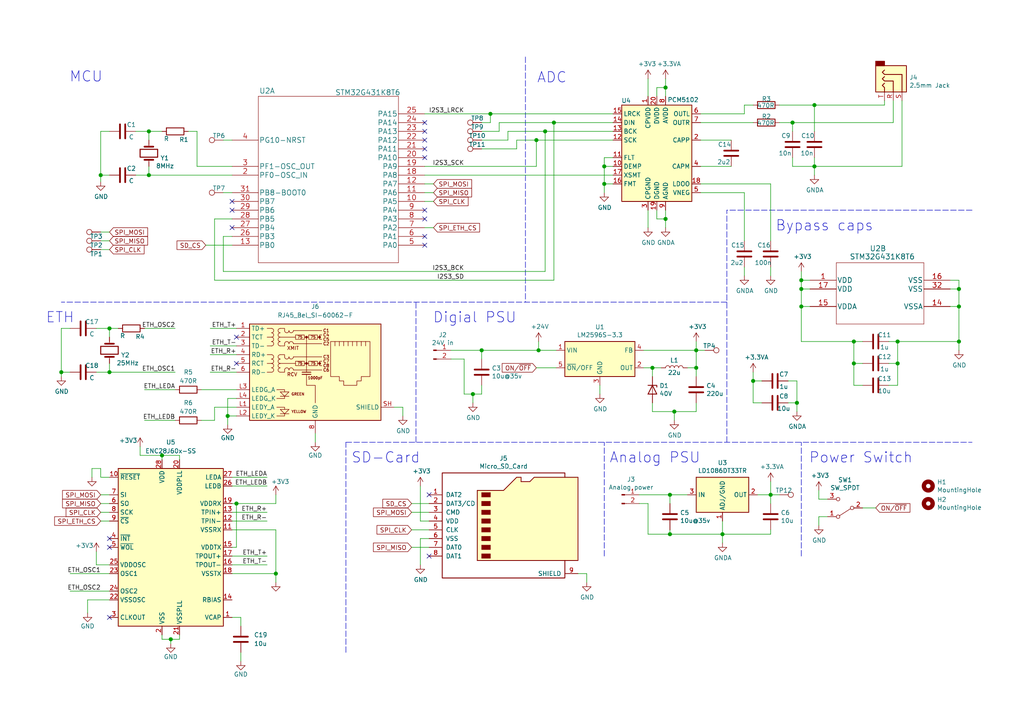
<source format=kicad_sch>
(kicad_sch (version 20201015) (generator eeschema)
  (paper "A4")
  (title_block (title "MP3 Player") (date "2021-01-07") (rev "R1") (company "MReenen"))
  (junction (at 17.78 107.95) (diameter 1.016))
  (junction (at 29.21 50.8) (diameter 1.016))
  (junction (at 31.75 95.25) (diameter 1.016))
  (junction (at 31.75 107.95) (diameter 1.016))
  (junction (at 43.18 38.1) (diameter 1.016))
  (junction (at 43.18 50.8) (diameter 1.016))
  (junction (at 46.99 132.08) (diameter 1.016))
  (junction (at 49.53 185.42) (diameter 1.016))
  (junction (at 66.04 120.65) (diameter 1.016))
  (junction (at 68.58 146.05) (diameter 1.016))
  (junction (at 80.01 166.37) (diameter 1.016))
  (junction (at 137.16 114.3) (diameter 1.016))
  (junction (at 139.7 101.6) (diameter 1.016))
  (junction (at 142.24 33.02) (diameter 1.016))
  (junction (at 155.575 40.64) (diameter 1.016))
  (junction (at 156.21 101.6) (diameter 1.016))
  (junction (at 158.115 38.1) (diameter 1.016))
  (junction (at 160.655 35.56) (diameter 1.016))
  (junction (at 175.26 48.26) (diameter 1.016))
  (junction (at 175.26 53.34) (diameter 1.016))
  (junction (at 189.23 106.68) (diameter 1.016))
  (junction (at 193.04 25.4) (diameter 1.016))
  (junction (at 193.04 63.5) (diameter 1.016))
  (junction (at 194.31 143.51) (diameter 1.016))
  (junction (at 194.31 154.94) (diameter 1.016))
  (junction (at 195.58 119.38) (diameter 1.016))
  (junction (at 201.93 101.6) (diameter 1.016))
  (junction (at 201.93 106.68) (diameter 1.016))
  (junction (at 209.55 154.94) (diameter 1.016))
  (junction (at 218.44 110.49) (diameter 1.016))
  (junction (at 223.52 143.51) (diameter 1.016))
  (junction (at 229.87 35.56) (diameter 1.016))
  (junction (at 231.14 116.84) (diameter 1.016))
  (junction (at 232.41 81.28) (diameter 1.016))
  (junction (at 232.41 83.82) (diameter 1.016))
  (junction (at 232.41 88.9) (diameter 1.016))
  (junction (at 236.22 30.48) (diameter 1.016))
  (junction (at 236.22 48.26) (diameter 1.016))
  (junction (at 247.65 99.06) (diameter 1.016))
  (junction (at 247.65 105.41) (diameter 1.016))
  (junction (at 260.35 99.06) (diameter 1.016))
  (junction (at 260.35 105.41) (diameter 1.016))
  (junction (at 278.13 83.82) (diameter 1.016))
  (junction (at 278.13 88.9) (diameter 1.016))
  (junction (at 278.13 99.06) (diameter 1.016))
  (no_connect (at 123.19 63.5))
  (no_connect (at 123.19 38.1))
  (no_connect (at 31.75 179.07))
  (no_connect (at 67.31 66.04))
  (no_connect (at 67.31 60.96))
  (no_connect (at 123.19 40.64))
  (no_connect (at 123.19 43.18))
  (no_connect (at 124.46 161.29))
  (no_connect (at 124.46 143.51))
  (no_connect (at 123.19 45.72))
  (no_connect (at 123.19 60.96))
  (no_connect (at 67.31 58.42))
  (no_connect (at 31.75 158.75))
  (no_connect (at 123.19 68.58))
  (no_connect (at 31.75 156.21))
  (no_connect (at 123.19 71.12))
  (no_connect (at 123.19 35.56))
  (no_connect (at 68.58 97.79))
  (no_connect (at 68.58 105.41))
  (wire (pts (xy 17.78 95.25) (xy 17.78 107.95)))
  (wire (pts (xy 17.78 95.25) (xy 20.32 95.25)))
  (wire (pts (xy 17.78 107.95) (xy 17.78 109.22)))
  (wire (pts (xy 17.78 107.95) (xy 20.32 107.95)))
  (wire (pts (xy 20.32 166.37) (xy 31.75 166.37)))
  (wire (pts (xy 20.32 171.45) (xy 31.75 171.45)))
  (wire (pts (xy 25.4 173.99) (xy 25.4 177.8)))
  (wire (pts (xy 26.67 135.89) (xy 26.67 138.43)))
  (wire (pts (xy 27.94 95.25) (xy 31.75 95.25)))
  (wire (pts (xy 27.94 163.83) (xy 27.94 160.02)))
  (wire (pts (xy 29.21 38.1) (xy 29.21 50.8)))
  (wire (pts (xy 29.21 38.1) (xy 31.75 38.1)))
  (wire (pts (xy 29.21 50.8) (xy 29.21 52.705)))
  (wire (pts (xy 29.21 50.8) (xy 31.75 50.8)))
  (wire (pts (xy 29.21 67.31) (xy 31.75 67.31)))
  (wire (pts (xy 29.21 69.85) (xy 31.75 69.85)))
  (wire (pts (xy 29.21 72.39) (xy 31.75 72.39)))
  (wire (pts (xy 29.21 135.89) (xy 26.67 135.89)))
  (wire (pts (xy 29.21 138.43) (xy 29.21 135.89)))
  (wire (pts (xy 29.21 143.51) (xy 31.75 143.51)))
  (wire (pts (xy 29.21 146.05) (xy 31.75 146.05)))
  (wire (pts (xy 29.21 148.59) (xy 31.75 148.59)))
  (wire (pts (xy 29.21 151.13) (xy 31.75 151.13)))
  (wire (pts (xy 31.75 95.25) (xy 31.75 97.79)))
  (wire (pts (xy 31.75 95.25) (xy 34.29 95.25)))
  (wire (pts (xy 31.75 105.41) (xy 31.75 107.95)))
  (wire (pts (xy 31.75 107.95) (xy 27.94 107.95)))
  (wire (pts (xy 31.75 107.95) (xy 50.8 107.95)))
  (wire (pts (xy 31.75 138.43) (xy 29.21 138.43)))
  (wire (pts (xy 31.75 163.83) (xy 27.94 163.83)))
  (wire (pts (xy 31.75 173.99) (xy 25.4 173.99)))
  (wire (pts (xy 39.37 38.1) (xy 43.18 38.1)))
  (wire (pts (xy 40.64 129.54) (xy 40.64 132.08)))
  (wire (pts (xy 40.64 132.08) (xy 46.99 132.08)))
  (wire (pts (xy 41.91 95.25) (xy 50.8 95.25)))
  (wire (pts (xy 41.91 113.03) (xy 50.8 113.03)))
  (wire (pts (xy 41.91 121.92) (xy 50.8 121.92)))
  (wire (pts (xy 43.18 38.1) (xy 43.18 40.64)))
  (wire (pts (xy 43.18 38.1) (xy 46.99 38.1)))
  (wire (pts (xy 43.18 48.26) (xy 43.18 50.8)))
  (wire (pts (xy 43.18 50.8) (xy 39.37 50.8)))
  (wire (pts (xy 43.18 50.8) (xy 67.31 50.8)))
  (wire (pts (xy 46.99 132.08) (xy 46.99 133.35)))
  (wire (pts (xy 46.99 184.15) (xy 46.99 185.42)))
  (wire (pts (xy 46.99 185.42) (xy 49.53 185.42)))
  (wire (pts (xy 49.53 185.42) (xy 49.53 186.69)))
  (wire (pts (xy 52.07 132.08) (xy 46.99 132.08)))
  (wire (pts (xy 52.07 133.35) (xy 52.07 132.08)))
  (wire (pts (xy 52.07 184.15) (xy 52.07 185.42)))
  (wire (pts (xy 52.07 185.42) (xy 49.53 185.42)))
  (wire (pts (xy 54.61 38.1) (xy 57.15 38.1)))
  (wire (pts (xy 57.15 38.1) (xy 57.15 48.26)))
  (wire (pts (xy 57.15 48.26) (xy 67.31 48.26)))
  (wire (pts (xy 58.42 113.03) (xy 68.58 113.03)))
  (wire (pts (xy 58.42 121.92) (xy 62.23 121.92)))
  (wire (pts (xy 59.69 71.12) (xy 67.31 71.12)))
  (wire (pts (xy 60.96 95.25) (xy 68.58 95.25)))
  (wire (pts (xy 60.96 100.33) (xy 68.58 100.33)))
  (wire (pts (xy 60.96 102.87) (xy 68.58 102.87)))
  (wire (pts (xy 60.96 107.95) (xy 68.58 107.95)))
  (wire (pts (xy 62.23 63.5) (xy 62.23 81.28)))
  (wire (pts (xy 62.23 81.28) (xy 160.655 81.28)))
  (wire (pts (xy 62.23 118.11) (xy 68.58 118.11)))
  (wire (pts (xy 62.23 121.92) (xy 62.23 118.11)))
  (wire (pts (xy 64.77 40.64) (xy 67.31 40.64)))
  (wire (pts (xy 64.77 55.88) (xy 67.31 55.88)))
  (wire (pts (xy 64.77 68.58) (xy 64.77 78.74)))
  (wire (pts (xy 64.77 78.74) (xy 158.115 78.74)))
  (wire (pts (xy 66.04 115.57) (xy 66.04 120.65)))
  (wire (pts (xy 66.04 120.65) (xy 66.04 123.19)))
  (wire (pts (xy 67.31 63.5) (xy 62.23 63.5)))
  (wire (pts (xy 67.31 68.58) (xy 64.77 68.58)))
  (wire (pts (xy 67.31 138.43) (xy 77.47 138.43)))
  (wire (pts (xy 67.31 140.97) (xy 77.47 140.97)))
  (wire (pts (xy 67.31 148.59) (xy 77.47 148.59)))
  (wire (pts (xy 67.31 151.13) (xy 77.47 151.13)))
  (wire (pts (xy 67.31 153.67) (xy 80.01 153.67)))
  (wire (pts (xy 67.31 158.75) (xy 68.58 158.75)))
  (wire (pts (xy 67.31 161.29) (xy 77.47 161.29)))
  (wire (pts (xy 67.31 163.83) (xy 77.47 163.83)))
  (wire (pts (xy 67.31 166.37) (xy 80.01 166.37)))
  (wire (pts (xy 67.31 179.07) (xy 69.85 179.07)))
  (wire (pts (xy 68.58 115.57) (xy 66.04 115.57)))
  (wire (pts (xy 68.58 120.65) (xy 66.04 120.65)))
  (wire (pts (xy 68.58 146.05) (xy 67.31 146.05)))
  (wire (pts (xy 68.58 146.05) (xy 80.01 146.05)))
  (wire (pts (xy 68.58 158.75) (xy 68.58 146.05)))
  (wire (pts (xy 69.85 179.07) (xy 69.85 181.61)))
  (wire (pts (xy 69.85 189.23) (xy 69.85 191.77)))
  (wire (pts (xy 80.01 143.51) (xy 80.01 146.05)))
  (wire (pts (xy 80.01 153.67) (xy 80.01 166.37)))
  (wire (pts (xy 80.01 166.37) (xy 80.01 168.91)))
  (wire (pts (xy 91.44 125.73) (xy 91.44 128.27)))
  (wire (pts (xy 114.3 118.11) (xy 116.84 118.11)))
  (wire (pts (xy 116.84 118.11) (xy 116.84 120.65)))
  (wire (pts (xy 119.38 146.05) (xy 124.46 146.05)))
  (wire (pts (xy 119.38 148.59) (xy 124.46 148.59)))
  (wire (pts (xy 119.38 153.67) (xy 124.46 153.67)))
  (wire (pts (xy 119.38 158.75) (xy 124.46 158.75)))
  (wire (pts (xy 121.92 140.97) (xy 121.92 151.13)))
  (wire (pts (xy 121.92 151.13) (xy 124.46 151.13)))
  (wire (pts (xy 121.92 156.21) (xy 124.46 156.21)))
  (wire (pts (xy 121.92 163.83) (xy 121.92 156.21)))
  (wire (pts (xy 123.19 33.02) (xy 142.24 33.02)))
  (wire (pts (xy 123.19 48.26) (xy 155.575 48.26)))
  (wire (pts (xy 123.19 50.8) (xy 177.8 50.8)))
  (wire (pts (xy 123.19 53.34) (xy 125.73 53.34)))
  (wire (pts (xy 123.19 55.88) (xy 125.73 55.88)))
  (wire (pts (xy 123.19 58.42) (xy 125.73 58.42)))
  (wire (pts (xy 123.19 66.04) (xy 125.73 66.04)))
  (wire (pts (xy 130.81 101.6) (xy 139.7 101.6)))
  (wire (pts (xy 134.62 104.14) (xy 130.81 104.14)))
  (wire (pts (xy 134.62 114.3) (xy 134.62 104.14)))
  (wire (pts (xy 134.62 114.3) (xy 137.16 114.3)))
  (wire (pts (xy 137.16 114.3) (xy 137.16 116.84)))
  (wire (pts (xy 137.16 114.3) (xy 139.7 114.3)))
  (wire (pts (xy 139.7 35.56) (xy 142.24 35.56)))
  (wire (pts (xy 139.7 38.1) (xy 144.78 38.1)))
  (wire (pts (xy 139.7 40.64) (xy 147.32 40.64)))
  (wire (pts (xy 139.7 43.18) (xy 149.86 43.18)))
  (wire (pts (xy 139.7 101.6) (xy 156.21 101.6)))
  (wire (pts (xy 139.7 104.14) (xy 139.7 101.6)))
  (wire (pts (xy 139.7 111.76) (xy 139.7 114.3)))
  (wire (pts (xy 142.24 33.02) (xy 177.8 33.02)))
  (wire (pts (xy 142.24 35.56) (xy 142.24 33.02)))
  (wire (pts (xy 144.78 35.56) (xy 160.655 35.56)))
  (wire (pts (xy 144.78 38.1) (xy 144.78 35.56)))
  (wire (pts (xy 147.32 38.1) (xy 158.115 38.1)))
  (wire (pts (xy 147.32 40.64) (xy 147.32 38.1)))
  (wire (pts (xy 149.86 40.64) (xy 155.575 40.64)))
  (wire (pts (xy 149.86 43.18) (xy 149.86 40.64)))
  (wire (pts (xy 155.575 40.64) (xy 177.8 40.64)))
  (wire (pts (xy 155.575 48.26) (xy 155.575 40.64)))
  (wire (pts (xy 155.575 106.68) (xy 161.29 106.68)))
  (wire (pts (xy 156.21 99.06) (xy 156.21 101.6)))
  (wire (pts (xy 156.21 101.6) (xy 161.29 101.6)))
  (wire (pts (xy 158.115 38.1) (xy 158.115 78.74)))
  (wire (pts (xy 158.115 38.1) (xy 177.8 38.1)))
  (wire (pts (xy 160.655 35.56) (xy 160.655 81.28)))
  (wire (pts (xy 160.655 35.56) (xy 177.8 35.56)))
  (wire (pts (xy 167.64 166.37) (xy 170.18 166.37)))
  (wire (pts (xy 170.18 166.37) (xy 170.18 168.91)))
  (wire (pts (xy 173.99 111.76) (xy 173.99 114.3)))
  (wire (pts (xy 175.26 45.72) (xy 175.26 48.26)))
  (wire (pts (xy 175.26 45.72) (xy 177.8 45.72)))
  (wire (pts (xy 175.26 48.26) (xy 175.26 53.34)))
  (wire (pts (xy 175.26 48.26) (xy 177.8 48.26)))
  (wire (pts (xy 175.26 53.34) (xy 175.26 55.88)))
  (wire (pts (xy 175.26 53.34) (xy 177.8 53.34)))
  (wire (pts (xy 185.42 143.51) (xy 194.31 143.51)))
  (wire (pts (xy 185.42 146.05) (xy 187.96 146.05)))
  (wire (pts (xy 186.69 101.6) (xy 201.93 101.6)))
  (wire (pts (xy 186.69 106.68) (xy 189.23 106.68)))
  (wire (pts (xy 187.96 22.86) (xy 187.96 27.94)))
  (wire (pts (xy 187.96 60.96) (xy 187.96 66.04)))
  (wire (pts (xy 187.96 146.05) (xy 187.96 154.94)))
  (wire (pts (xy 187.96 154.94) (xy 194.31 154.94)))
  (wire (pts (xy 189.23 106.68) (xy 189.23 109.22)))
  (wire (pts (xy 189.23 106.68) (xy 191.77 106.68)))
  (wire (pts (xy 189.23 116.84) (xy 189.23 119.38)))
  (wire (pts (xy 189.23 119.38) (xy 195.58 119.38)))
  (wire (pts (xy 190.5 25.4) (xy 193.04 25.4)))
  (wire (pts (xy 190.5 27.94) (xy 190.5 25.4)))
  (wire (pts (xy 190.5 60.96) (xy 190.5 63.5)))
  (wire (pts (xy 190.5 63.5) (xy 193.04 63.5)))
  (wire (pts (xy 193.04 22.86) (xy 193.04 25.4)))
  (wire (pts (xy 193.04 25.4) (xy 193.04 27.94)))
  (wire (pts (xy 193.04 60.96) (xy 193.04 63.5)))
  (wire (pts (xy 193.04 63.5) (xy 193.04 66.04)))
  (wire (pts (xy 194.31 143.51) (xy 194.31 146.05)))
  (wire (pts (xy 194.31 143.51) (xy 199.39 143.51)))
  (wire (pts (xy 194.31 153.67) (xy 194.31 154.94)))
  (wire (pts (xy 194.31 154.94) (xy 209.55 154.94)))
  (wire (pts (xy 195.58 119.38) (xy 195.58 121.92)))
  (wire (pts (xy 195.58 119.38) (xy 201.93 119.38)))
  (wire (pts (xy 199.39 106.68) (xy 201.93 106.68)))
  (wire (pts (xy 201.93 99.06) (xy 201.93 101.6)))
  (wire (pts (xy 201.93 101.6) (xy 201.93 106.68)))
  (wire (pts (xy 201.93 101.6) (xy 204.47 101.6)))
  (wire (pts (xy 201.93 106.68) (xy 201.93 109.22)))
  (wire (pts (xy 201.93 116.84) (xy 201.93 119.38)))
  (wire (pts (xy 203.2 33.02) (xy 215.9 33.02)))
  (wire (pts (xy 203.2 35.56) (xy 218.44 35.56)))
  (wire (pts (xy 203.2 40.64) (xy 212.09 40.64)))
  (wire (pts (xy 203.2 48.26) (xy 212.09 48.26)))
  (wire (pts (xy 203.2 53.34) (xy 223.52 53.34)))
  (wire (pts (xy 203.2 55.88) (xy 215.9 55.88)))
  (wire (pts (xy 209.55 151.13) (xy 209.55 154.94)))
  (wire (pts (xy 209.55 154.94) (xy 209.55 157.48)))
  (wire (pts (xy 209.55 154.94) (xy 223.52 154.94)))
  (wire (pts (xy 215.9 30.48) (xy 218.44 30.48)))
  (wire (pts (xy 215.9 33.02) (xy 215.9 30.48)))
  (wire (pts (xy 215.9 55.88) (xy 215.9 69.85)))
  (wire (pts (xy 215.9 77.47) (xy 215.9 80.01)))
  (wire (pts (xy 218.44 107.95) (xy 218.44 110.49)))
  (wire (pts (xy 218.44 110.49) (xy 218.44 116.84)))
  (wire (pts (xy 218.44 116.84) (xy 220.98 116.84)))
  (wire (pts (xy 219.71 143.51) (xy 223.52 143.51)))
  (wire (pts (xy 220.98 110.49) (xy 218.44 110.49)))
  (wire (pts (xy 223.52 69.85) (xy 223.52 53.34)))
  (wire (pts (xy 223.52 77.47) (xy 223.52 80.01)))
  (wire (pts (xy 223.52 143.51) (xy 223.52 139.7)))
  (wire (pts (xy 223.52 143.51) (xy 223.52 146.05)))
  (wire (pts (xy 223.52 143.51) (xy 226.06 143.51)))
  (wire (pts (xy 223.52 154.94) (xy 223.52 153.67)))
  (wire (pts (xy 226.06 30.48) (xy 236.22 30.48)))
  (wire (pts (xy 226.06 35.56) (xy 229.87 35.56)))
  (wire (pts (xy 229.87 35.56) (xy 229.87 38.1)))
  (wire (pts (xy 229.87 35.56) (xy 259.08 35.56)))
  (wire (pts (xy 229.87 45.72) (xy 229.87 48.26)))
  (wire (pts (xy 229.87 48.26) (xy 236.22 48.26)))
  (wire (pts (xy 231.14 110.49) (xy 228.6 110.49)))
  (wire (pts (xy 231.14 116.84) (xy 228.6 116.84)))
  (wire (pts (xy 231.14 116.84) (xy 231.14 110.49)))
  (wire (pts (xy 231.14 116.84) (xy 231.14 119.38)))
  (wire (pts (xy 232.41 78.74) (xy 232.41 81.28)))
  (wire (pts (xy 232.41 81.28) (xy 232.41 83.82)))
  (wire (pts (xy 232.41 81.28) (xy 234.95 81.28)))
  (wire (pts (xy 232.41 83.82) (xy 232.41 88.9)))
  (wire (pts (xy 232.41 83.82) (xy 234.95 83.82)))
  (wire (pts (xy 232.41 88.9) (xy 234.95 88.9)))
  (wire (pts (xy 232.41 99.06) (xy 232.41 88.9)))
  (wire (pts (xy 236.22 30.48) (xy 236.22 38.1)))
  (wire (pts (xy 236.22 30.48) (xy 256.54 30.48)))
  (wire (pts (xy 236.22 45.72) (xy 236.22 48.26)))
  (wire (pts (xy 236.22 48.26) (xy 236.22 50.8)))
  (wire (pts (xy 236.22 48.26) (xy 261.62 48.26)))
  (wire (pts (xy 237.49 142.24) (xy 237.49 144.78)))
  (wire (pts (xy 237.49 149.86) (xy 237.49 152.4)))
  (wire (pts (xy 237.49 149.86) (xy 240.03 149.86)))
  (wire (pts (xy 240.03 144.78) (xy 237.49 144.78)))
  (wire (pts (xy 247.65 99.06) (xy 232.41 99.06)))
  (wire (pts (xy 247.65 99.06) (xy 247.65 105.41)))
  (wire (pts (xy 247.65 105.41) (xy 247.65 111.76)))
  (wire (pts (xy 247.65 105.41) (xy 250.19 105.41)))
  (wire (pts (xy 247.65 111.76) (xy 250.19 111.76)))
  (wire (pts (xy 250.19 99.06) (xy 247.65 99.06)))
  (wire (pts (xy 250.19 147.32) (xy 254 147.32)))
  (wire (pts (xy 256.54 30.48) (xy 256.54 29.21)))
  (wire (pts (xy 257.81 111.76) (xy 260.35 111.76)))
  (wire (pts (xy 259.08 35.56) (xy 259.08 29.21)))
  (wire (pts (xy 260.35 99.06) (xy 257.81 99.06)))
  (wire (pts (xy 260.35 99.06) (xy 278.13 99.06)))
  (wire (pts (xy 260.35 105.41) (xy 257.81 105.41)))
  (wire (pts (xy 260.35 105.41) (xy 260.35 99.06)))
  (wire (pts (xy 260.35 111.76) (xy 260.35 105.41)))
  (wire (pts (xy 261.62 48.26) (xy 261.62 29.21)))
  (wire (pts (xy 275.59 81.28) (xy 278.13 81.28)))
  (wire (pts (xy 275.59 88.9) (xy 278.13 88.9)))
  (wire (pts (xy 278.13 83.82) (xy 275.59 83.82)))
  (wire (pts (xy 278.13 83.82) (xy 278.13 81.28)))
  (wire (pts (xy 278.13 88.9) (xy 278.13 83.82)))
  (wire (pts (xy 278.13 99.06) (xy 278.13 88.9)))
  (wire (pts (xy 278.13 99.06) (xy 278.13 101.6)))
  (polyline (pts (xy 100.33 128.27) (xy 281.94 128.27)) (stroke (width 0) (type dash)))
  (polyline (pts (xy 100.33 189.23) (xy 100.33 128.27)) (stroke (width 0) (type dash)))
  (polyline (pts (xy 120.65 128.27) (xy 120.65 87.63)) (stroke (width 0) (type dash)))
  (polyline (pts (xy 152.4 16.51) (xy 152.4 87.63)) (stroke (width 0) (type dash)))
  (polyline (pts (xy 175.26 161.29) (xy 175.26 128.27)) (stroke (width 0) (type dash)))
  (polyline (pts (xy 210.82 87.63) (xy 17.78 87.63)) (stroke (width 0) (type dash)))
  (polyline (pts (xy 210.82 128.27) (xy 210.82 60.96)) (stroke (width 0) (type dash)))
  (polyline (pts (xy 232.41 161.29) (xy 232.41 128.27)) (stroke (width 0) (type dash)))
  (polyline (pts (xy 281.94 60.96) (xy 210.82 60.96)) (stroke (width 0) (type dash)))
  (text "ETH\n" (at 21.59 93.98 180) (effects (font (size 3 3)) (justify right bottom)))
  (text "MCU" (at 29.845 24.13 180) (effects (font (size 3 3)) (justify right bottom)))
  (text "SD-Card" (at 121.92 134.62 180) (effects (font (size 3 3)) (justify right bottom)))
  (text "Digial PSU" (at 149.86 93.98 180) (effects (font (size 3 3)) (justify right bottom)))
  (text "ADC\n\n" (at 164.465 29.21 180) (effects (font (size 3 3)) (justify right bottom)))
  (text "Analog PSU" (at 203.2 134.62 180) (effects (font (size 3 3)) (justify right bottom)))
  (text "Bypass caps\n" (at 253.365 67.31 180) (effects (font (size 3 3)) (justify right bottom)))
  (text "Power Switch" (at 264.795 134.62 180) (effects (font (size 3 3)) (justify right bottom)))
  (label "ETH_OSC1" (at 29.21 166.37 180))
  (label "ETH_OSC2" (at 29.21 171.45 180))
  (label "ETH_OSC2" (at 50.8 95.25 180))
  (label "ETH_OSC1" (at 50.8 107.95 180))
  (label "ETH_LEDA" (at 50.8 113.03 180))
  (label "ETH_LEDB" (at 50.8 121.92 180))
  (label "ETH_T+" (at 68.58 95.25 180))
  (label "ETH_T-" (at 68.58 100.33 180))
  (label "ETH_R+" (at 68.58 102.87 180))
  (label "ETH_R-" (at 68.58 107.95 180))
  (label "ETH_LEDA" (at 77.47 138.43 180))
  (label "ETH_LEDB" (at 77.47 140.97 180))
  (label "ETH_R+" (at 77.47 148.59 180))
  (label "ETH_R-" (at 77.47 151.13 180))
  (label "ETH_T+" (at 77.47 161.29 180))
  (label "ETH_T-" (at 77.47 163.83 180))
  (label "I2S3_LRCK" (at 134.62 33.02 180))
  (label "I2S3_SCK" (at 134.62 48.26 180))
  (label "I2S3_BCK" (at 134.62 78.74 180))
  (label "I2S3_SD" (at 134.62 81.28 180))
  (global_label "SPI_MOSI" (shape input) (at 29.21 143.51 180) (property "Intersheet References" "${INTERSHEET_REFS}" (effects hide)))
  (global_label "SPI_MISO" (shape input) (at 29.21 146.05 180) (property "Intersheet References" "${INTERSHEET_REFS}" (effects hide)))
  (global_label "SPI_CLK" (shape input) (at 29.21 148.59 180) (property "Intersheet References" "${INTERSHEET_REFS}" (effects hide)))
  (global_label "SPI_ETH_CS" (shape input) (at 29.21 151.13 180) (property "Intersheet References" "${INTERSHEET_REFS}" (effects hide)))
  (global_label "SPI_MOSI" (shape input) (at 31.75 67.31 0) (property "Intersheet References" "${INTERSHEET_REFS}" (effects hide)))
  (global_label "SPI_MISO" (shape input) (at 31.75 69.85 0) (property "Intersheet References" "${INTERSHEET_REFS}" (effects hide)))
  (global_label "SPI_CLK" (shape input) (at 31.75 72.39 0) (property "Intersheet References" "${INTERSHEET_REFS}" (effects hide)))
  (global_label "SD_CS" (shape input) (at 59.69 71.12 180) (property "Intersheet References" "${INTERSHEET_REFS}" (effects hide)))
  (global_label "SD_CS" (shape input) (at 119.38 146.05 180) (property "Intersheet References" "${INTERSHEET_REFS}" (effects hide)))
  (global_label "SPI_MOSI" (shape input) (at 119.38 148.59 180) (property "Intersheet References" "${INTERSHEET_REFS}" (effects hide)))
  (global_label "SPI_CLK" (shape input) (at 119.38 153.67 180) (property "Intersheet References" "${INTERSHEET_REFS}" (effects hide)))
  (global_label "SPI_MISO" (shape input) (at 119.38 158.75 180) (property "Intersheet References" "${INTERSHEET_REFS}" (effects hide)))
  (global_label "SPI_MOSI" (shape input) (at 125.73 53.34 0) (property "Intersheet References" "${INTERSHEET_REFS}" (effects hide)))
  (global_label "SPI_MISO" (shape input) (at 125.73 55.88 0) (property "Intersheet References" "${INTERSHEET_REFS}" (effects hide)))
  (global_label "SPI_CLK" (shape input) (at 125.73 58.42 0) (property "Intersheet References" "${INTERSHEET_REFS}" (effects hide)))
  (global_label "SPI_ETH_CS" (shape input) (at 125.73 66.04 0) (property "Intersheet References" "${INTERSHEET_REFS}" (effects hide)))
  (global_label "ON{slash}~OFF" (shape input) (at 155.575 106.68 180) (property "Intersheet References" "${INTERSHEET_REFS}" (effects hide)))
  (global_label "ON{slash}~OFF" (shape input) (at 254 147.32 0) (property "Intersheet References" "${INTERSHEET_REFS}" (effects hide)))
  (symbol (lib_id "Connector:TestPoint") (at 29.21 67.31 90) (unit 1)
    (property "Reference" "TP3" (at 27.94 68.58 90))
    (property "Value" "TestPoint" (effects hide))
    (property "Footprint" "TestPoint:TestPoint_Pad_D1.0mm" (effects hide))
  )
  (symbol (lib_id "Connector:TestPoint") (at 29.21 69.85 90) (unit 1)
    (property "Reference" "TP2" (at 27.94 71.12 90))
    (property "Value" "TestPoint" (effects hide))
    (property "Footprint" "TestPoint:TestPoint_Pad_D1.0mm" (effects hide))
  )
  (symbol (lib_id "Connector:TestPoint") (at 29.21 72.39 90) (unit 1)
    (property "Reference" "TP1" (at 27.94 73.66 90))
    (property "Value" "TestPoint" (effects hide))
    (property "Footprint" "TestPoint:TestPoint_Pad_D1.0mm" (effects hide))
  )
  (symbol (lib_id "Connector:TestPoint") (at 64.77 40.64 90) (unit 1)
    (property "Reference" "TP6" (at 63.5 39.37 90))
    (property "Value" "TestPoint" (effects hide))
    (property "Footprint" "TestPoint:TestPoint_Pad_D1.0mm" (effects hide))
  )
  (symbol (lib_id "Connector:TestPoint") (at 64.77 55.88 90) (unit 1)
    (property "Reference" "TP7" (at 63.5 54.61 90))
    (property "Value" "TestPoint" (effects hide))
    (property "Footprint" "TestPoint:TestPoint_Pad_D1.0mm" (effects hide))
  )
  (symbol (lib_id "Connector:TestPoint") (at 139.7 35.56 90) (unit 1)
    (property "Reference" "TP8" (at 138.43 34.29 90))
    (property "Value" "TestPoint" (effects hide))
    (property "Footprint" "TestPoint:TestPoint_Pad_D1.0mm" (effects hide))
  )
  (symbol (lib_id "Connector:TestPoint") (at 139.7 38.1 90) (unit 1)
    (property "Reference" "TP9" (at 138.43 36.83 90))
    (property "Value" "TestPoint" (effects hide))
    (property "Footprint" "TestPoint:TestPoint_Pad_D1.0mm" (effects hide))
  )
  (symbol (lib_id "Connector:TestPoint") (at 139.7 40.64 90) (unit 1)
    (property "Reference" "TP10" (at 138.43 39.37 90))
    (property "Value" "TestPoint" (effects hide))
    (property "Footprint" "TestPoint:TestPoint_Pad_D1.0mm" (effects hide))
  )
  (symbol (lib_id "Connector:TestPoint") (at 139.7 43.18 90) (unit 1)
    (property "Reference" "TP11" (at 138.43 41.91 90))
    (property "Value" "TestPoint" (effects hide))
    (property "Footprint" "TestPoint:TestPoint_Pad_D1.0mm" (effects hide))
  )
  (symbol (lib_id "Connector:TestPoint") (at 204.47 101.6 270) (unit 1)
    (property "Reference" "TP4" (at 205.74 100.33 90))
    (property "Value" "TestPoint" (effects hide))
    (property "Footprint" "TestPoint:TestPoint_Pad_D1.0mm" (effects hide))
  )
  (symbol (lib_id "Connector:TestPoint") (at 226.06 143.51 270) (unit 1)
    (property "Reference" "TP12" (at 227.33 142.24 90))
    (property "Value" "TestPoint" (effects hide))
    (property "Footprint" "TestPoint:TestPoint_Pad_D1.0mm" (effects hide))
  )
  (symbol (lib_id "power:+3.3V") (at 27.94 160.02 0) (unit 1)
    (property "Reference" "#PWR0115" (effects hide))
    (property "Value" "+3.3V" (at 24.4983 158.2356 0))
  )
  (symbol (lib_id "power:+3.3V") (at 40.64 129.54 0) (unit 1)
    (property "Reference" "#PWR0112" (effects hide))
    (property "Value" "+3.3V" (at 37.1983 127.7556 0))
  )
  (symbol (lib_id "power:+3.3V") (at 80.01 143.51 0) (unit 1)
    (property "Reference" "#PWR0116" (effects hide))
    (property "Value" "+3.3V" (at 81.28 139.7 0))
  )
  (symbol (lib_id "power:+3.3V") (at 121.92 140.97 0) (unit 1)
    (property "Reference" "#PWR0106" (effects hide))
    (property "Value" "+3.3V" (at 122.2883 136.6456 0))
  )
  (symbol (lib_id "power:+24V") (at 156.21 99.06 0) (unit 1)
    (property "Reference" "#PWR06" (effects hide))
    (property "Value" "+24V" (at 156.5783 94.7356 0))
  )
  (symbol (lib_id "power:+3.3V") (at 187.96 22.86 0) (unit 1)
    (property "Reference" "#PWR011" (effects hide))
    (property "Value" "+3.3V" (at 187.6933 18.5356 0))
  )
  (symbol (lib_id "power:+3.3VA") (at 193.04 22.86 0) (unit 1)
    (property "Reference" "#PWR014" (effects hide))
    (property "Value" "+3.3VA" (at 194.0433 18.5356 0))
  )
  (symbol (lib_id "power:+3.3V") (at 201.93 99.06 0) (unit 1)
    (property "Reference" "#PWR09" (effects hide))
    (property "Value" "+3.3V" (at 202.2983 94.7356 0))
  )
  (symbol (lib_id "power:+3.3VA") (at 218.44 107.95 0) (unit 1)
    (property "Reference" "#PWR017" (effects hide))
    (property "Value" "+3.3VA" (at 219.4433 103.6256 0))
  )
  (symbol (lib_id "power:+3.3VA") (at 223.52 139.7 0) (unit 1)
    (property "Reference" "#PWR016" (effects hide))
    (property "Value" "+3.3VA" (at 223.8883 135.3756 0))
  )
  (symbol (lib_id "power:+3.3V") (at 232.41 78.74 0) (unit 1)
    (property "Reference" "#PWR019" (effects hide))
    (property "Value" "+3.3V" (at 232.7783 74.4156 0))
  )
  (symbol (lib_id "power:+3.3V") (at 237.49 142.24 0) (unit 1)
    (property "Reference" "#PWR01" (effects hide))
    (property "Value" "+3.3V" (at 237.8583 137.9156 0))
  )
  (symbol (lib_id "Device:L") (at 195.58 106.68 90) (unit 1)
    (property "Reference" "L1" (at 195.58 104.5018 90))
    (property "Value" "22u" (at 195.58 108.07 90))
    (property "Footprint" "Inductor_SMD:L_12x12mm_H8mm" (effects hide))
  )
  (symbol (lib_id "power:GND") (at 17.78 109.22 0) (unit 1)
    (property "Reference" "#PWR0110" (effects hide))
    (property "Value" "GND" (at 17.8943 113.5444 0))
  )
  (symbol (lib_id "power:GND") (at 25.4 177.8 0) (unit 1)
    (property "Reference" "#PWR0114" (effects hide))
    (property "Value" "GND" (at 25.4 181.61 0))
  )
  (symbol (lib_id "power:GND") (at 26.67 138.43 0) (unit 1)
    (property "Reference" "#PWR0111" (effects hide))
    (property "Value" "GND" (effects hide))
  )
  (symbol (lib_id "power:GND") (at 29.21 52.705 0) (unit 1)
    (property "Reference" "#PWR04" (effects hide))
    (property "Value" "GND" (at 29.3243 57.0294 0))
  )
  (symbol (lib_id "power:GND") (at 49.53 186.69 0) (unit 1)
    (property "Reference" "#PWR0118" (effects hide))
    (property "Value" "GND" (at 49.53 190.5 0))
  )
  (symbol (lib_id "power:GND") (at 66.04 123.19 0) (unit 1)
    (property "Reference" "#PWR0108" (effects hide))
    (property "Value" "GND" (at 66.04 127 0))
  )
  (symbol (lib_id "power:GND") (at 69.85 191.77 0) (unit 1)
    (property "Reference" "#PWR0113" (effects hide))
    (property "Value" "GND" (at 69.85 195.58 0))
  )
  (symbol (lib_id "power:GND") (at 80.01 168.91 0) (unit 1)
    (property "Reference" "#PWR0117" (effects hide))
    (property "Value" "GND" (effects hide))
  )
  (symbol (lib_id "power:GND") (at 91.44 128.27 0) (unit 1)
    (property "Reference" "#PWR0109" (effects hide))
    (property "Value" "GND" (at 91.44 132.08 0))
  )
  (symbol (lib_id "power:GND") (at 116.84 120.65 0) (unit 1)
    (property "Reference" "#PWR0107" (effects hide))
    (property "Value" "GND" (at 116.9543 124.9744 0))
  )
  (symbol (lib_id "power:GND") (at 121.92 163.83 0) (unit 1)
    (property "Reference" "#PWR0105" (effects hide))
    (property "Value" "GND" (at 122.0343 168.1544 0))
  )
  (symbol (lib_id "power:GND") (at 137.16 116.84 0) (unit 1)
    (property "Reference" "#PWR07" (effects hide))
    (property "Value" "GND" (at 137.2743 121.1644 0))
  )
  (symbol (lib_id "power:GND") (at 170.18 168.91 0) (unit 1)
    (property "Reference" "#PWR0104" (effects hide))
    (property "Value" "GND" (at 170.2943 173.2344 0))
  )
  (symbol (lib_id "power:GND") (at 173.99 114.3 0) (unit 1)
    (property "Reference" "#PWR08" (effects hide))
    (property "Value" "GND" (at 174.1043 118.6244 0))
  )
  (symbol (lib_id "power:GND") (at 175.26 55.88 0) (unit 1)
    (property "Reference" "#PWR0101" (effects hide))
    (property "Value" "GND" (at 175.3743 60.2044 0))
  )
  (symbol (lib_id "power:GND") (at 187.96 66.04 0) (unit 1)
    (property "Reference" "#PWR012" (effects hide))
    (property "Value" "GND" (at 188.0743 70.3644 0))
  )
  (symbol (lib_id "power:GNDA") (at 193.04 66.04 0) (unit 1)
    (property "Reference" "#PWR015" (effects hide))
    (property "Value" "GNDA" (at 193.1543 70.3644 0))
  )
  (symbol (lib_id "power:GND") (at 195.58 121.92 0) (unit 1)
    (property "Reference" "#PWR010" (effects hide))
    (property "Value" "GND" (at 195.6943 126.2444 0))
  )
  (symbol (lib_id "power:GNDA") (at 209.55 157.48 0) (unit 1)
    (property "Reference" "#PWR013" (effects hide))
    (property "Value" "GNDA" (at 209.6643 161.8044 0))
  )
  (symbol (lib_id "power:GNDA") (at 215.9 80.01 0) (unit 1)
    (property "Reference" "#PWR0102" (effects hide))
    (property "Value" "GNDA" (at 216.0143 84.3344 0))
  )
  (symbol (lib_id "power:GND") (at 223.52 80.01 0) (unit 1)
    (property "Reference" "#PWR0103" (effects hide))
    (property "Value" "GND" (at 223.6343 84.3344 0))
  )
  (symbol (lib_id "power:GNDA") (at 231.14 119.38 0) (unit 1)
    (property "Reference" "#PWR018" (effects hide))
    (property "Value" "GNDA" (at 231.2543 123.7044 0))
  )
  (symbol (lib_id "power:GNDA") (at 236.22 50.8 0) (unit 1)
    (property "Reference" "#PWR020" (effects hide))
    (property "Value" "GNDA" (at 236.3343 55.1244 0))
  )
  (symbol (lib_id "power:GND") (at 237.49 152.4 0) (unit 1)
    (property "Reference" "#PWR02" (effects hide))
    (property "Value" "GND" (at 237.6043 156.7244 0))
  )
  (symbol (lib_id "power:GND") (at 278.13 101.6 0) (unit 1)
    (property "Reference" "#PWR021" (effects hide))
    (property "Value" "GND" (at 278.2443 105.9244 0))
  )
  (symbol (lib_id "Mechanical:MountingHole") (at 269.24 140.97 0) (unit 1)
    (property "Reference" "H1" (at 271.7801 139.8206 0) (effects (justify left)))
    (property "Value" "MountingHole" (at 271.7801 142.1193 0) (effects (justify left)))
    (property "Footprint" "MountingHole:MountingHole_3.2mm_M3" (effects hide))
  )
  (symbol (lib_id "Mechanical:MountingHole") (at 269.24 146.05 0) (unit 1)
    (property "Reference" "H2" (at 271.7801 144.9006 0) (effects (justify left)))
    (property "Value" "MountingHole" (at 271.7801 147.1993 0) (effects (justify left)))
    (property "Footprint" "MountingHole:MountingHole_3.2mm_M3" (effects hide))
  )
  (symbol (lib_id "Device:R") (at 38.1 95.25 90) (unit 1)
    (property "Reference" "R4" (at 40.64 97.6438 90))
    (property "Value" "R" (at 35.56 97.4025 90))
    (property "Footprint" "Resistor_SMD:R_0805_2012Metric" (effects hide))
  )
  (symbol (lib_id "Device:R") (at 50.8 38.1 90) (unit 1)
    (property "Reference" "R1" (at 53.34 40.494 90))
    (property "Value" "R" (at 48.26 40.2525 90))
    (property "Footprint" "Resistor_SMD:R_0805_2012Metric" (effects hide))
  )
  (symbol (lib_id "Device:R") (at 54.61 113.03 90) (unit 1)
    (property "Reference" "R5" (at 54.61 107.95 90))
    (property "Value" "470R" (at 54.61 110.49 90))
    (property "Footprint" "Resistor_SMD:R_0805_2012Metric" (effects hide))
  )
  (symbol (lib_id "Device:R") (at 54.61 121.92 90) (unit 1)
    (property "Reference" "R6" (at 54.61 116.84 90))
    (property "Value" "470R" (at 54.61 119.38 90))
    (property "Footprint" "Resistor_SMD:R_0805_2012Metric" (effects hide))
  )
  (symbol (lib_id "Device:R") (at 222.25 30.48 90) (unit 1)
    (property "Reference" "R3" (at 223.6406 28.7019 90) (effects (justify left)))
    (property "Value" "470R" (at 224.669 30.607 90) (effects (justify left)))
    (property "Footprint" "Resistor_SMD:R_0805_2012Metric" (effects hide))
  )
  (symbol (lib_id "Device:R") (at 222.25 35.56 90) (unit 1)
    (property "Reference" "R2" (at 223.6406 33.7819 90) (effects (justify left)))
    (property "Value" "470R" (at 224.669 35.687 90) (effects (justify left)))
    (property "Footprint" "Resistor_SMD:R_0805_2012Metric" (effects hide))
  )
  (symbol (lib_id "Device:D_Zener") (at 189.23 113.03 270) (unit 1)
    (property "Reference" "D1" (at 191.2621 111.8806 90) (effects (justify left)))
    (property "Value" "40V" (at 191.262 114.179 90) (effects (justify left)))
    (property "Footprint" "Diode_SMD:D_SOD-123F" (effects hide))
  )
  (symbol (lib_id "Connector:Conn_01x02_Male") (at 125.73 101.6 0) (unit 1)
    (property "Reference" "J2" (at 128.4224 97.1358 0))
    (property "Value" "24V in" (at 128.422 99.434 0))
    (property "Footprint" "Connector_Molex:Molex_KK-254_AE-6410-02A_1x02_P2.54mm_Vertical" (effects hide))
  )
  (symbol (lib_id "Connector:Conn_01x02_Male") (at 180.34 143.51 0) (unit 1)
    (property "Reference" "J3" (at 183.0324 139.0458 0))
    (property "Value" "Analog power" (at 183.032 141.344 0))
    (property "Footprint" "Connector_Molex:Molex_KK-254_AE-6410-02A_1x02_P2.54mm_Vertical" (effects hide))
  )
  (symbol (lib_id "Device:C") (at 24.13 95.25 90) (unit 1)
    (property "Reference" "C17" (at 26.67 93.3258 90))
    (property "Value" "C" (at 26.67 96.8945 90))
    (property "Footprint" "Capacitor_SMD:C_0805_2012Metric" (effects hide))
  )
  (symbol (lib_id "Device:C") (at 24.13 107.95 90) (unit 1)
    (property "Reference" "C18" (at 26.67 106.0258 90))
    (property "Value" "C" (at 26.67 109.5945 90))
    (property "Footprint" "Capacitor_SMD:C_0805_2012Metric" (effects hide))
  )
  (symbol (lib_id "Device:C") (at 35.56 38.1 90) (unit 1)
    (property "Reference" "C1" (at 38.1 36.176 90))
    (property "Value" "C" (at 38.1 39.7445 90))
    (property "Footprint" "Capacitor_SMD:C_0805_2012Metric" (effects hide))
  )
  (symbol (lib_id "Device:C") (at 35.56 50.8 90) (unit 1)
    (property "Reference" "C2" (at 38.1 48.876 90))
    (property "Value" "C" (at 38.1 52.4445 90))
    (property "Footprint" "Capacitor_SMD:C_0805_2012Metric" (effects hide))
  )
  (symbol (lib_id "Device:C") (at 69.85 185.42 0) (unit 1)
    (property "Reference" "C19" (at 73.66 184.15 0) (effects (justify left)))
    (property "Value" "10u" (at 73.66 186.69 0) (effects (justify left)))
    (property "Footprint" "Capacitor_SMD:C_0805_2012Metric" (effects hide))
  )
  (symbol (lib_id "Device:C") (at 139.7 107.95 0) (unit 1)
    (property "Reference" "C3" (at 142.6211 106.8006 0) (effects (justify left)))
    (property "Value" "10u@35v" (at 142.621 109.099 0) (effects (justify left)))
    (property "Footprint" "Capacitor_SMD:C_1206_3216Metric" (effects hide))
  )
  (symbol (lib_id "Device:C") (at 194.31 149.86 0) (unit 1)
    (property "Reference" "C5" (at 197.2311 148.7106 0) (effects (justify left)))
    (property "Value" "10u@35v" (at 197.231 151.009 0) (effects (justify left)))
    (property "Footprint" "Capacitor_SMD:C_1206_3216Metric" (effects hide))
  )
  (symbol (lib_id "Device:C") (at 201.93 113.03 0) (unit 1)
    (property "Reference" "C4" (at 204.8511 111.8806 0) (effects (justify left)))
    (property "Value" "220u" (at 204.851 114.179 0) (effects (justify left)))
    (property "Footprint" "Capacitor_SMD:C_1206_3216Metric" (effects hide))
  )
  (symbol (lib_id "Device:C") (at 212.09 44.45 180) (unit 1)
    (property "Reference" "C14" (at 210.1658 41.91 0))
    (property "Value" "2u2" (at 209.925 46.99 0))
    (property "Footprint" "Capacitor_SMD:C_0805_2012Metric" (effects hide))
  )
  (symbol (lib_id "Device:C") (at 215.9 73.66 180) (unit 1)
    (property "Reference" "C15" (at 213.9758 71.12 0))
    (property "Value" "2u2" (at 213.735 76.2 0))
    (property "Footprint" "Capacitor_SMD:C_0805_2012Metric" (effects hide))
  )
  (symbol (lib_id "Device:C") (at 223.52 73.66 180) (unit 1)
    (property "Reference" "C16" (at 221.5958 71.12 0))
    (property "Value" "100n" (at 221.355 76.2 0))
    (property "Footprint" "Capacitor_SMD:C_0805_2012Metric" (effects hide))
  )
  (symbol (lib_id "Device:C") (at 223.52 149.86 0) (unit 1)
    (property "Reference" "C6" (at 226.4411 148.7106 0) (effects (justify left)))
    (property "Value" "10u" (at 226.441 151.009 0) (effects (justify left)))
    (property "Footprint" "Capacitor_SMD:C_0805_2012Metric" (effects hide))
  )
  (symbol (lib_id "Device:C") (at 224.79 110.49 90) (unit 1)
    (property "Reference" "C7" (at 227.33 108.5658 90))
    (property "Value" "1u" (at 227.33 112.135 90))
    (property "Footprint" "Capacitor_SMD:C_0603_1608Metric" (effects hide))
  )
  (symbol (lib_id "Device:C") (at 224.79 116.84 90) (unit 1)
    (property "Reference" "C8" (at 227.33 114.9158 90))
    (property "Value" "10u" (at 227.33 118.485 90))
    (property "Footprint" "Capacitor_SMD:C_0805_2012Metric" (effects hide))
  )
  (symbol (lib_id "Device:C") (at 229.87 41.91 180) (unit 1)
    (property "Reference" "C9" (at 227.9458 39.37 0))
    (property "Value" "10n" (at 227.705 44.45 0))
    (property "Footprint" "Capacitor_SMD:C_0805_2012Metric" (effects hide))
  )
  (symbol (lib_id "Device:C") (at 236.22 41.91 180) (unit 1)
    (property "Reference" "C10" (at 234.2958 39.37 0))
    (property "Value" "10n" (at 234.055 44.45 0))
    (property "Footprint" "Capacitor_SMD:C_0805_2012Metric" (effects hide))
  )
  (symbol (lib_id "Device:C") (at 254 99.06 90) (unit 1)
    (property "Reference" "C11" (at 256.54 97.1358 90))
    (property "Value" "1u" (at 256.54 100.705 90))
    (property "Footprint" "Capacitor_SMD:C_0603_1608Metric" (effects hide))
  )
  (symbol (lib_id "Device:C") (at 254 105.41 90) (unit 1)
    (property "Reference" "C12" (at 256.54 103.4858 90))
    (property "Value" "1u" (at 256.54 107.055 90))
    (property "Footprint" "Capacitor_SMD:C_0603_1608Metric" (effects hide))
  )
  (symbol (lib_id "Device:C") (at 254 111.76 90) (unit 1)
    (property "Reference" "C13" (at 256.54 109.8358 90))
    (property "Value" "10u" (at 256.54 113.405 90))
    (property "Footprint" "Capacitor_SMD:C_0805_2012Metric" (effects hide))
  )
  (symbol (lib_id "Device:Crystal") (at 31.75 101.6 90) (unit 1)
    (property "Reference" "Y2" (at 35.0775 102.9906 90) (effects (justify right)))
    (property "Value" "25MHz" (at 33.807 105.289 90) (effects (justify right)))
    (property "Footprint" "Crystal:Crystal_HC49-4H_Vertical" (effects hide))
  )
  (symbol (lib_id "Device:Crystal") (at 43.18 44.45 90) (unit 1)
    (property "Reference" "Y1" (at 46.507 45.841 90) (effects (justify right)))
    (property "Value" "8MHz" (at 45.237 48.139 90) (effects (justify right)))
    (property "Footprint" "Crystal:Crystal_HC49-4H_Vertical" (effects hide))
  )
  (symbol (lib_id "Switch:SW_SPDT") (at 245.11 147.32 180) (unit 1)
    (property "Reference" "SW1" (at 245.11 139.1982 0))
    (property "Value" "SW_SPDT" (at 245.11 141.4969 0))
    (property "Footprint" "Button_Switch_THT:SW_E-Switch_EG1224_SPDT_Angled" (effects hide))
  )
  (symbol (lib_id "Connector:AudioJack3") (at 259.08 24.13 270) (unit 1)
    (property "Reference" "J4" (at 263.7537 22.4726 90) (effects (justify left)))
    (property "Value" "2.5mm Jack" (at 263.754 24.771 90) (effects (justify left)))
    (property "Footprint" "Connector_Audio:Jack_3.5mm_CUI_SJ1-3533NG_Horizontal" (effects hide))
  )
  (symbol (lib_id "Regulator_Linear:LD1086DT33TR") (at 209.55 143.51 0) (unit 1)
    (property "Reference" "U3" (at 209.55 134.2198 0))
    (property "Value" "LD1086DT33TR" (at 209.55 136.5185 0))
    (property "Footprint" "Package_TO_SOT_SMD:TO-252-2" (effects hide))
    (property "Datasheet" "https://www.st.com/resource/en/datasheet/ld1086.pdf" (effects hide))
  )
  (symbol (lib_id "Regulator_Switching:LM2596S-3.3") (at 173.99 104.14 0) (unit 1)
    (property "Reference" "U1" (at 173.99 94.8498 0))
    (property "Value" "LM2596S-3.3" (at 173.99 97.1485 0))
    (property "Footprint" "Package_TO_SOT_SMD:TO-263-5_TabPin3" (effects hide))
    (property "Datasheet" "http://www.ti.com/lit/ds/symlink/lm2596.pdf" (effects hide))
  )
  (symbol (lib_id "STM32:STM32G431K8T6") (at 234.95 81.28 0) (unit 2)
    (property "Reference" "U2" (at 254.635 72.07 0) (effects (font (size 1.524 1.524))))
    (property "Value" "STM32G431K8T6" (at 255.905 74.4424 0) (effects (font (size 1.524 1.524))))
    (property "Footprint" "Package_QFP:LQFP-32_7x7mm_P0.8mm" (effects hide))
  )
  (symbol (lib_id "Audio:PCM5102") (at 190.5 43.18 0) (unit 1)
    (property "Reference" "U4" (at 181.61 29.1908 0))
    (property "Value" "PCM5102" (at 198.12 28.9495 0))
    (property "Footprint" "Package_SO:TSSOP-20_4.4x6.5mm_P0.65mm" (effects hide))
    (property "Datasheet" "http://www.ti.com/lit/ds/symlink/pcm5102.pdf" (effects hide))
  )
  (symbol (lib_id "Connector:Micro_SD_Card") (at 147.32 151.13 0) (unit 1)
    (property "Reference" "J5" (at 146.05 132.9498 0))
    (property "Value" "Micro_SD_Card" (at 146.05 135.2485 0))
    (property "Footprint" "SDCards:microSD_HC_Hirose_DM3D-SF" (effects hide))
    (property "Datasheet" "http://katalog.we-online.de/em/datasheet/693072010801.pdf" (effects hide))
  )
  (symbol (lib_id "Connector:RJ45_Bel_SI-60062-F") (at 91.44 107.95 0) (unit 1)
    (property "Reference" "J6" (at 91.44 88.9 0))
    (property "Value" "RJ45_Bel_SI-60062-F" (at 91.44 91.44 0))
    (property "Footprint" "Connector_RJ:RJ45_Bel_SI-60062-F" (effects hide))
    (property "Datasheet" "https://belfuse.com/resources/drawings/magneticsolutions/dr-mag-si-60062-f.pdf" (effects hide))
  )
  (symbol (lib_id "Interface_Ethernet:ENC28J60x-SS") (at 49.53 158.75 0) (unit 1)
    (property "Reference" "U5" (at 49.53 128.27 0))
    (property "Value" "ENC28J60x-SS" (at 49.53 130.81 0))
    (property "Footprint" "Package_SO:SSOP-28_5.3x10.2mm_P0.65mm" (effects hide))
    (property "Datasheet" "http://ww1.microchip.com/downloads/en/devicedoc/39662e.pdf" (effects hide))
  )
  (symbol (lib_id "STM32:STM32G431K8T6") (at 123.19 71.12 180) (unit 1)
    (property "Reference" "U2" (at 77.47 26.35 0) (effects (font (size 1.524 1.524))))
    (property "Value" "STM32G431K8T6" (at 106.68 26.8174 0) (effects (font (size 1.524 1.524))))
    (property "Footprint" "Package_QFP:LQFP-32_7x7mm_P0.8mm" (effects hide))
  )
)
</source>
